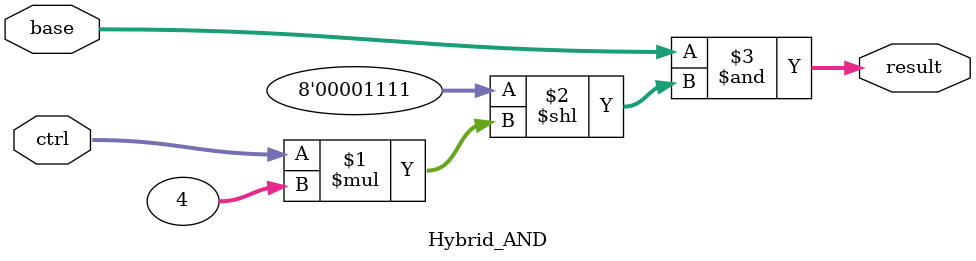
<source format=sv>
module Hybrid_AND(
    input [1:0] ctrl,
    input [7:0] base,
    output [7:0] result
);
    assign result = base & (8'h0F << (ctrl * 4));
endmodule

</source>
